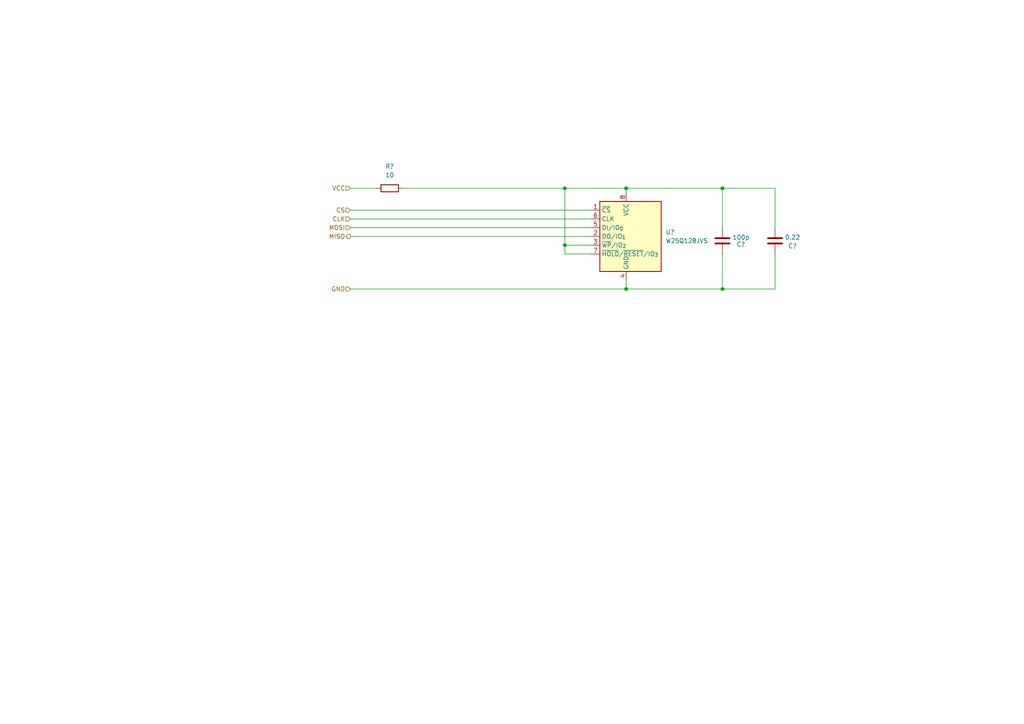
<source format=kicad_sch>
(kicad_sch
	(version 20250114)
	(generator "eeschema")
	(generator_version "9.0")
	(uuid "133d2882-f803-476e-b908-9c20e9fcb719")
	(paper "A4")
	(lib_symbols
		(symbol "Device:C"
			(pin_numbers
				(hide yes)
			)
			(pin_names
				(offset 0.254)
			)
			(exclude_from_sim no)
			(in_bom yes)
			(on_board yes)
			(property "Reference" "C"
				(at 0.635 2.54 0)
				(effects
					(font
						(size 1.27 1.27)
					)
					(justify left)
				)
			)
			(property "Value" "C"
				(at 0.635 -2.54 0)
				(effects
					(font
						(size 1.27 1.27)
					)
					(justify left)
				)
			)
			(property "Footprint" ""
				(at 0.9652 -3.81 0)
				(effects
					(font
						(size 1.27 1.27)
					)
					(hide yes)
				)
			)
			(property "Datasheet" "~"
				(at 0 0 0)
				(effects
					(font
						(size 1.27 1.27)
					)
					(hide yes)
				)
			)
			(property "Description" "Unpolarized capacitor"
				(at 0 0 0)
				(effects
					(font
						(size 1.27 1.27)
					)
					(hide yes)
				)
			)
			(property "ki_keywords" "cap capacitor"
				(at 0 0 0)
				(effects
					(font
						(size 1.27 1.27)
					)
					(hide yes)
				)
			)
			(property "ki_fp_filters" "C_*"
				(at 0 0 0)
				(effects
					(font
						(size 1.27 1.27)
					)
					(hide yes)
				)
			)
			(symbol "C_0_1"
				(polyline
					(pts
						(xy -2.032 0.762) (xy 2.032 0.762)
					)
					(stroke
						(width 0.508)
						(type default)
					)
					(fill
						(type none)
					)
				)
				(polyline
					(pts
						(xy -2.032 -0.762) (xy 2.032 -0.762)
					)
					(stroke
						(width 0.508)
						(type default)
					)
					(fill
						(type none)
					)
				)
			)
			(symbol "C_1_1"
				(pin passive line
					(at 0 3.81 270)
					(length 2.794)
					(name "~"
						(effects
							(font
								(size 1.27 1.27)
							)
						)
					)
					(number "1"
						(effects
							(font
								(size 1.27 1.27)
							)
						)
					)
				)
				(pin passive line
					(at 0 -3.81 90)
					(length 2.794)
					(name "~"
						(effects
							(font
								(size 1.27 1.27)
							)
						)
					)
					(number "2"
						(effects
							(font
								(size 1.27 1.27)
							)
						)
					)
				)
			)
			(embedded_fonts no)
		)
		(symbol "Device:R"
			(pin_numbers
				(hide yes)
			)
			(pin_names
				(offset 0)
			)
			(exclude_from_sim no)
			(in_bom yes)
			(on_board yes)
			(property "Reference" "R"
				(at 2.032 0 90)
				(effects
					(font
						(size 1.27 1.27)
					)
				)
			)
			(property "Value" "R"
				(at 0 0 90)
				(effects
					(font
						(size 1.27 1.27)
					)
				)
			)
			(property "Footprint" ""
				(at -1.778 0 90)
				(effects
					(font
						(size 1.27 1.27)
					)
					(hide yes)
				)
			)
			(property "Datasheet" "~"
				(at 0 0 0)
				(effects
					(font
						(size 1.27 1.27)
					)
					(hide yes)
				)
			)
			(property "Description" "Resistor"
				(at 0 0 0)
				(effects
					(font
						(size 1.27 1.27)
					)
					(hide yes)
				)
			)
			(property "ki_keywords" "R res resistor"
				(at 0 0 0)
				(effects
					(font
						(size 1.27 1.27)
					)
					(hide yes)
				)
			)
			(property "ki_fp_filters" "R_*"
				(at 0 0 0)
				(effects
					(font
						(size 1.27 1.27)
					)
					(hide yes)
				)
			)
			(symbol "R_0_1"
				(rectangle
					(start -1.016 -2.54)
					(end 1.016 2.54)
					(stroke
						(width 0.254)
						(type default)
					)
					(fill
						(type none)
					)
				)
			)
			(symbol "R_1_1"
				(pin passive line
					(at 0 3.81 270)
					(length 1.27)
					(name "~"
						(effects
							(font
								(size 1.27 1.27)
							)
						)
					)
					(number "1"
						(effects
							(font
								(size 1.27 1.27)
							)
						)
					)
				)
				(pin passive line
					(at 0 -3.81 90)
					(length 1.27)
					(name "~"
						(effects
							(font
								(size 1.27 1.27)
							)
						)
					)
					(number "2"
						(effects
							(font
								(size 1.27 1.27)
							)
						)
					)
				)
			)
			(embedded_fonts no)
		)
		(symbol "Memory_Flash:W25Q128JVS"
			(exclude_from_sim no)
			(in_bom yes)
			(on_board yes)
			(property "Reference" "U"
				(at -6.35 11.43 0)
				(effects
					(font
						(size 1.27 1.27)
					)
				)
			)
			(property "Value" "W25Q128JVS"
				(at 7.62 11.43 0)
				(effects
					(font
						(size 1.27 1.27)
					)
				)
			)
			(property "Footprint" "Package_SO:SOIC-8_5.3x5.3mm_P1.27mm"
				(at 0 22.86 0)
				(effects
					(font
						(size 1.27 1.27)
					)
					(hide yes)
				)
			)
			(property "Datasheet" "https://www.winbond.com/resource-files/w25q128jv_dtr%20revc%2003272018%20plus.pdf"
				(at 0 25.4 0)
				(effects
					(font
						(size 1.27 1.27)
					)
					(hide yes)
				)
			)
			(property "Description" "128Mbit / 16MiB Serial Flash Memory, Standard/Dual/Quad SPI, 2.7-3.6V, SOIC-8"
				(at 0 27.94 0)
				(effects
					(font
						(size 1.27 1.27)
					)
					(hide yes)
				)
			)
			(property "ki_keywords" "flash memory SPI QPI DTR"
				(at 0 0 0)
				(effects
					(font
						(size 1.27 1.27)
					)
					(hide yes)
				)
			)
			(property "ki_fp_filters" "*SOIC*5.3x5.3mm*P1.27mm*"
				(at 0 0 0)
				(effects
					(font
						(size 1.27 1.27)
					)
					(hide yes)
				)
			)
			(symbol "W25Q128JVS_0_1"
				(rectangle
					(start -7.62 10.16)
					(end 10.16 -10.16)
					(stroke
						(width 0.254)
						(type default)
					)
					(fill
						(type background)
					)
				)
			)
			(symbol "W25Q128JVS_1_1"
				(pin input line
					(at -10.16 7.62 0)
					(length 2.54)
					(name "~{CS}"
						(effects
							(font
								(size 1.27 1.27)
							)
						)
					)
					(number "1"
						(effects
							(font
								(size 1.27 1.27)
							)
						)
					)
				)
				(pin input line
					(at -10.16 5.08 0)
					(length 2.54)
					(name "CLK"
						(effects
							(font
								(size 1.27 1.27)
							)
						)
					)
					(number "6"
						(effects
							(font
								(size 1.27 1.27)
							)
						)
					)
				)
				(pin bidirectional line
					(at -10.16 2.54 0)
					(length 2.54)
					(name "DI/IO_{0}"
						(effects
							(font
								(size 1.27 1.27)
							)
						)
					)
					(number "5"
						(effects
							(font
								(size 1.27 1.27)
							)
						)
					)
				)
				(pin bidirectional line
					(at -10.16 0 0)
					(length 2.54)
					(name "DO/IO_{1}"
						(effects
							(font
								(size 1.27 1.27)
							)
						)
					)
					(number "2"
						(effects
							(font
								(size 1.27 1.27)
							)
						)
					)
				)
				(pin bidirectional line
					(at -10.16 -2.54 0)
					(length 2.54)
					(name "~{WP}/IO_{2}"
						(effects
							(font
								(size 1.27 1.27)
							)
						)
					)
					(number "3"
						(effects
							(font
								(size 1.27 1.27)
							)
						)
					)
				)
				(pin bidirectional line
					(at -10.16 -5.08 0)
					(length 2.54)
					(name "~{HOLD}/~{RESET}/IO_{3}"
						(effects
							(font
								(size 1.27 1.27)
							)
						)
					)
					(number "7"
						(effects
							(font
								(size 1.27 1.27)
							)
						)
					)
				)
				(pin power_in line
					(at 0 12.7 270)
					(length 2.54)
					(name "VCC"
						(effects
							(font
								(size 1.27 1.27)
							)
						)
					)
					(number "8"
						(effects
							(font
								(size 1.27 1.27)
							)
						)
					)
				)
				(pin power_in line
					(at 0 -12.7 90)
					(length 2.54)
					(name "GND"
						(effects
							(font
								(size 1.27 1.27)
							)
						)
					)
					(number "4"
						(effects
							(font
								(size 1.27 1.27)
							)
						)
					)
				)
			)
			(embedded_fonts no)
		)
	)
	(junction
		(at 209.55 83.82)
		(diameter 0)
		(color 0 0 0 0)
		(uuid "10994765-b991-4371-a49f-ad0506678db8")
	)
	(junction
		(at 181.61 83.82)
		(diameter 0)
		(color 0 0 0 0)
		(uuid "47275f81-2b82-471c-8173-a5bea0e63465")
	)
	(junction
		(at 181.61 54.61)
		(diameter 0)
		(color 0 0 0 0)
		(uuid "5f065fbd-b26c-438f-b5fa-f02c462af7ef")
	)
	(junction
		(at 209.55 54.61)
		(diameter 0)
		(color 0 0 0 0)
		(uuid "b473c7c9-2f8f-41c7-be03-bbb9c339551d")
	)
	(junction
		(at 163.83 71.12)
		(diameter 0)
		(color 0 0 0 0)
		(uuid "eac0d5a6-cc59-4fbb-a6a9-f7dfcc99a5a9")
	)
	(junction
		(at 163.83 54.61)
		(diameter 0)
		(color 0 0 0 0)
		(uuid "f5fedd46-58d7-4b34-a474-47317d3dafad")
	)
	(wire
		(pts
			(xy 181.61 54.61) (xy 209.55 54.61)
		)
		(stroke
			(width 0)
			(type default)
		)
		(uuid "03ca1e88-7530-4498-b310-3786541fa211")
	)
	(wire
		(pts
			(xy 224.79 54.61) (xy 209.55 54.61)
		)
		(stroke
			(width 0)
			(type default)
		)
		(uuid "09268b27-47de-49f7-a399-c18fa1e94776")
	)
	(wire
		(pts
			(xy 181.61 83.82) (xy 209.55 83.82)
		)
		(stroke
			(width 0)
			(type default)
		)
		(uuid "1fb44f0c-5523-4178-ae90-6c6262a8ff36")
	)
	(wire
		(pts
			(xy 209.55 54.61) (xy 209.55 66.04)
		)
		(stroke
			(width 0)
			(type default)
		)
		(uuid "312310ca-c7a1-4d67-856a-4ace58fa91c1")
	)
	(wire
		(pts
			(xy 224.79 54.61) (xy 224.79 66.04)
		)
		(stroke
			(width 0)
			(type default)
		)
		(uuid "316c068e-5681-495d-973c-9ed05ae509bf")
	)
	(wire
		(pts
			(xy 163.83 71.12) (xy 163.83 73.66)
		)
		(stroke
			(width 0)
			(type default)
		)
		(uuid "37eac567-bc2f-4665-8e84-8d2ac5a56467")
	)
	(wire
		(pts
			(xy 163.83 71.12) (xy 171.45 71.12)
		)
		(stroke
			(width 0)
			(type default)
		)
		(uuid "45c37b08-5519-4bc8-86bf-a0bcb0f5edff")
	)
	(wire
		(pts
			(xy 101.6 66.04) (xy 171.45 66.04)
		)
		(stroke
			(width 0)
			(type default)
		)
		(uuid "46c74bf3-0842-4c52-8238-8575863715a7")
	)
	(wire
		(pts
			(xy 163.83 54.61) (xy 181.61 54.61)
		)
		(stroke
			(width 0)
			(type default)
		)
		(uuid "503af5ac-d05c-4c61-8b30-290366ce4a40")
	)
	(wire
		(pts
			(xy 181.61 54.61) (xy 181.61 55.88)
		)
		(stroke
			(width 0)
			(type default)
		)
		(uuid "52e69ba5-a487-456e-bdbc-5b725d100160")
	)
	(wire
		(pts
			(xy 116.84 54.61) (xy 163.83 54.61)
		)
		(stroke
			(width 0)
			(type default)
		)
		(uuid "568d6c69-ba65-44dd-8058-50312109f4ba")
	)
	(wire
		(pts
			(xy 101.6 63.5) (xy 171.45 63.5)
		)
		(stroke
			(width 0)
			(type default)
		)
		(uuid "6347f74d-dc46-4971-8472-715b5b4885ec")
	)
	(wire
		(pts
			(xy 209.55 73.66) (xy 209.55 83.82)
		)
		(stroke
			(width 0)
			(type default)
		)
		(uuid "639969fd-0c4b-4a54-9373-78c077afbb77")
	)
	(wire
		(pts
			(xy 101.6 83.82) (xy 181.61 83.82)
		)
		(stroke
			(width 0)
			(type default)
		)
		(uuid "7a9a48ac-3f3f-4114-a837-b2ad999c0377")
	)
	(wire
		(pts
			(xy 101.6 60.96) (xy 171.45 60.96)
		)
		(stroke
			(width 0)
			(type default)
		)
		(uuid "83717db0-59bf-427b-98a3-50dac482f60e")
	)
	(wire
		(pts
			(xy 224.79 83.82) (xy 224.79 73.66)
		)
		(stroke
			(width 0)
			(type default)
		)
		(uuid "8599603b-fe05-424a-80f5-f54a91f21b9f")
	)
	(wire
		(pts
			(xy 163.83 73.66) (xy 171.45 73.66)
		)
		(stroke
			(width 0)
			(type default)
		)
		(uuid "9e52f2bd-d1b6-49f0-a49f-de94a055508c")
	)
	(wire
		(pts
			(xy 101.6 68.58) (xy 171.45 68.58)
		)
		(stroke
			(width 0)
			(type default)
		)
		(uuid "ab7287a8-252a-4cba-99fb-f665b060fe98")
	)
	(wire
		(pts
			(xy 163.83 54.61) (xy 163.83 71.12)
		)
		(stroke
			(width 0)
			(type default)
		)
		(uuid "afaca546-d87f-469e-9dd0-8e33c84964bd")
	)
	(wire
		(pts
			(xy 101.6 54.61) (xy 109.22 54.61)
		)
		(stroke
			(width 0)
			(type default)
		)
		(uuid "d03ab55c-15c9-4ccb-99f4-839b6b8bc9e7")
	)
	(wire
		(pts
			(xy 181.61 83.82) (xy 181.61 81.28)
		)
		(stroke
			(width 0)
			(type default)
		)
		(uuid "e49480a6-1ff8-4647-9587-0d59adfc7730")
	)
	(wire
		(pts
			(xy 224.79 83.82) (xy 209.55 83.82)
		)
		(stroke
			(width 0)
			(type default)
		)
		(uuid "ef5c4ca1-be05-4052-98be-4a2197d021d4")
	)
	(hierarchical_label "MOSI"
		(shape input)
		(at 101.6 66.04 180)
		(effects
			(font
				(size 1.27 1.27)
			)
			(justify right)
		)
		(uuid "11cf581b-20be-4e6e-9fbe-053c41330628")
	)
	(hierarchical_label "CLK"
		(shape input)
		(at 101.6 63.5 180)
		(effects
			(font
				(size 1.27 1.27)
			)
			(justify right)
		)
		(uuid "7e7ca4a4-5991-422f-b440-d7726783fa8e")
	)
	(hierarchical_label "VCC"
		(shape input)
		(at 101.6 54.61 180)
		(effects
			(font
				(size 1.27 1.27)
			)
			(justify right)
		)
		(uuid "87431c38-23f2-420c-875b-1584134a81a3")
	)
	(hierarchical_label "MISO"
		(shape output)
		(at 101.6 68.58 180)
		(effects
			(font
				(size 1.27 1.27)
			)
			(justify right)
		)
		(uuid "a5113066-b0d9-4d34-9031-c2c4a73977a5")
	)
	(hierarchical_label "GND"
		(shape input)
		(at 101.6 83.82 180)
		(effects
			(font
				(size 1.27 1.27)
			)
			(justify right)
		)
		(uuid "afcd687d-7e17-4a3b-8b8c-aebd232ecf9f")
	)
	(hierarchical_label "CS"
		(shape input)
		(at 101.6 60.96 180)
		(effects
			(font
				(size 1.27 1.27)
			)
			(justify right)
		)
		(uuid "d9a3f06e-f7e5-47ac-a164-236719bb9990")
	)
	(symbol
		(lib_id "Memory_Flash:W25Q128JVS")
		(at 181.61 68.58 0)
		(unit 1)
		(exclude_from_sim no)
		(in_bom yes)
		(on_board yes)
		(dnp no)
		(fields_autoplaced yes)
		(uuid "2dae280a-e97e-453d-b7ee-8866db4aa3cd")
		(property "Reference" "U2"
			(at 193.04 67.3099 0)
			(effects
				(font
					(size 1.27 1.27)
				)
				(justify left)
			)
		)
		(property "Value" "W25Q128JVS"
			(at 193.04 69.8499 0)
			(effects
				(font
					(size 1.27 1.27)
				)
				(justify left)
			)
		)
		(property "Footprint" "Package_SO:SOIC-8_5.3x5.3mm_P1.27mm"
			(at 181.61 45.72 0)
			(effects
				(font
					(size 1.27 1.27)
				)
				(hide yes)
			)
		)
		(property "Datasheet" "https://www.winbond.com/resource-files/w25q128jv_dtr%20revc%2003272018%20plus.pdf"
			(at 181.61 43.18 0)
			(effects
				(font
					(size 1.27 1.27)
				)
				(hide yes)
			)
		)
		(property "Description" "128Mbit / 16MiB Serial Flash Memory, Standard/Dual/Quad SPI, 2.7-3.6V, SOIC-8"
			(at 181.61 40.64 0)
			(effects
				(font
					(size 1.27 1.27)
				)
				(hide yes)
			)
		)
		(pin "7"
			(uuid "2d425156-99cb-442b-af44-4c845f394708")
		)
		(pin "2"
			(uuid "729dcd45-1d17-4e53-8a79-14c747435a20")
		)
		(pin "3"
			(uuid "6637bbd5-8688-4864-9a5b-b5c2600d3f74")
		)
		(pin "1"
			(uuid "f398c695-bafd-479a-97b4-ee95b1a14f18")
		)
		(pin "6"
			(uuid "1c1a84fa-fda6-42c6-bd47-1e6b8c6438db")
		)
		(pin "5"
			(uuid "6f4974b2-c228-4dfd-a271-4947331fd424")
		)
		(pin "8"
			(uuid "6246f5aa-cfbb-48e2-83b8-a60fbe9894c1")
		)
		(pin "4"
			(uuid "dc7bf08d-34cf-4329-b731-3ff55ea79705")
		)
		(instances
			(project "sd-card"
				(path "/133d2882-f803-476e-b908-9c20e9fcb719"
					(reference "U?")
					(unit 1)
				)
			)
			(project ""
				(path "/c590c88d-27c9-4e5a-a435-a42d9de70c1c/a46e14a1-6a3b-4c39-b96c-ca31b85d9e43"
					(reference "U2")
					(unit 1)
				)
			)
		)
	)
	(symbol
		(lib_id "Device:C")
		(at 224.79 69.85 0)
		(mirror x)
		(unit 1)
		(exclude_from_sim no)
		(in_bom yes)
		(on_board yes)
		(dnp no)
		(uuid "32a7820e-f353-4f65-bc5e-e91501c7fd31")
		(property "Reference" "C5"
			(at 229.87 71.374 0)
			(effects
				(font
					(size 1.27 1.27)
				)
			)
		)
		(property "Value" "0.22"
			(at 229.87 68.834 0)
			(effects
				(font
					(size 1.27 1.27)
				)
			)
		)
		(property "Footprint" "Capacitor_SMD:C_0805_2012Metric"
			(at 225.7552 66.04 0)
			(effects
				(font
					(size 1.27 1.27)
				)
				(hide yes)
			)
		)
		(property "Datasheet" "~"
			(at 224.79 69.85 0)
			(effects
				(font
					(size 1.27 1.27)
				)
				(hide yes)
			)
		)
		(property "Description" "Unpolarized capacitor"
			(at 224.79 69.85 0)
			(effects
				(font
					(size 1.27 1.27)
				)
				(hide yes)
			)
		)
		(pin "2"
			(uuid "b3a51400-b44a-4b56-8903-01196beb7928")
		)
		(pin "1"
			(uuid "cf2f9a61-b6fe-4a17-afe2-5883c22a97aa")
		)
		(instances
			(project "sd-card"
				(path "/133d2882-f803-476e-b908-9c20e9fcb719"
					(reference "C?")
					(unit 1)
				)
			)
			(project ""
				(path "/c590c88d-27c9-4e5a-a435-a42d9de70c1c/a46e14a1-6a3b-4c39-b96c-ca31b85d9e43"
					(reference "C5")
					(unit 1)
				)
			)
		)
	)
	(symbol
		(lib_id "Device:R")
		(at 113.03 54.61 90)
		(unit 1)
		(exclude_from_sim no)
		(in_bom yes)
		(on_board yes)
		(dnp no)
		(fields_autoplaced yes)
		(uuid "93af474b-82fb-46f2-a7d6-80841986a6b1")
		(property "Reference" "R2"
			(at 113.03 48.26 90)
			(effects
				(font
					(size 1.27 1.27)
				)
			)
		)
		(property "Value" "10"
			(at 113.03 50.8 90)
			(effects
				(font
					(size 1.27 1.27)
				)
			)
		)
		(property "Footprint" "Resistor_SMD:R_0805_2012Metric"
			(at 113.03 56.388 90)
			(effects
				(font
					(size 1.27 1.27)
				)
				(hide yes)
			)
		)
		(property "Datasheet" "~"
			(at 113.03 54.61 0)
			(effects
				(font
					(size 1.27 1.27)
				)
				(hide yes)
			)
		)
		(property "Description" "Resistor"
			(at 113.03 54.61 0)
			(effects
				(font
					(size 1.27 1.27)
				)
				(hide yes)
			)
		)
		(pin "2"
			(uuid "cc161102-3b68-4673-ab3d-e4dc6f399a4c")
		)
		(pin "1"
			(uuid "43aa7a79-b4c6-4812-a2df-bab8043f6eda")
		)
		(instances
			(project "sd-card"
				(path "/133d2882-f803-476e-b908-9c20e9fcb719"
					(reference "R?")
					(unit 1)
				)
			)
			(project "3axis-magnitometer"
				(path "/c590c88d-27c9-4e5a-a435-a42d9de70c1c/a46e14a1-6a3b-4c39-b96c-ca31b85d9e43"
					(reference "R2")
					(unit 1)
				)
			)
		)
	)
	(symbol
		(lib_id "Device:C")
		(at 209.55 69.85 0)
		(mirror x)
		(unit 1)
		(exclude_from_sim no)
		(in_bom yes)
		(on_board yes)
		(dnp no)
		(uuid "e68625d6-b636-4ad0-8028-9e61ba13793d")
		(property "Reference" "C4"
			(at 214.9078 70.8881 0)
			(effects
				(font
					(size 1.27 1.27)
				)
			)
		)
		(property "Value" "100p"
			(at 214.9078 68.8561 0)
			(effects
				(font
					(size 1.27 1.27)
				)
			)
		)
		(property "Footprint" "Capacitor_SMD:C_0805_2012Metric"
			(at 210.5152 66.04 0)
			(effects
				(font
					(size 1.27 1.27)
				)
				(hide yes)
			)
		)
		(property "Datasheet" "~"
			(at 209.55 69.85 0)
			(effects
				(font
					(size 1.27 1.27)
				)
				(hide yes)
			)
		)
		(property "Description" "Unpolarized capacitor"
			(at 209.55 69.85 0)
			(effects
				(font
					(size 1.27 1.27)
				)
				(hide yes)
			)
		)
		(pin "2"
			(uuid "dd91c1b4-f33a-4514-afd3-44abbcc50fd5")
		)
		(pin "1"
			(uuid "2692a861-a769-45ef-90ed-7383950e1c20")
		)
		(instances
			(project "sd-card"
				(path "/133d2882-f803-476e-b908-9c20e9fcb719"
					(reference "C?")
					(unit 1)
				)
			)
			(project "3axis-magnitometer"
				(path "/c590c88d-27c9-4e5a-a435-a42d9de70c1c/a46e14a1-6a3b-4c39-b96c-ca31b85d9e43"
					(reference "C4")
					(unit 1)
				)
			)
		)
	)
	(sheet_instances
		(path "/"
			(page "1")
		)
	)
	(embedded_fonts no)
)

</source>
